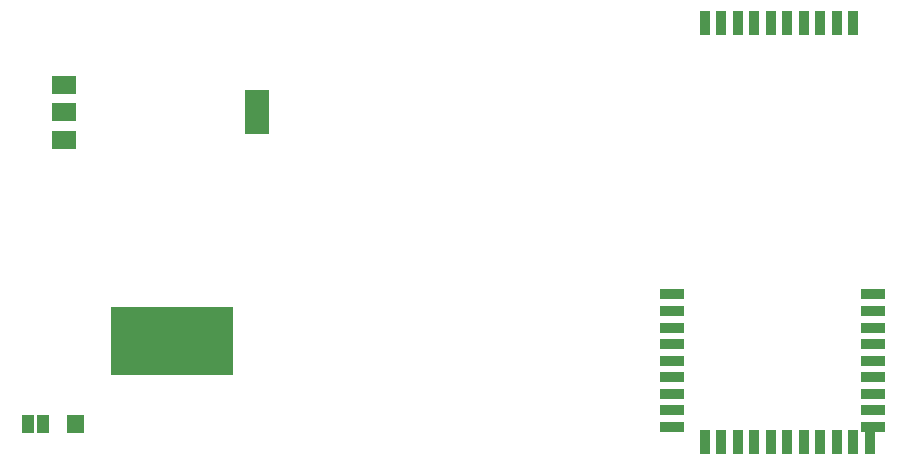
<source format=gtp>
G04 #@! TF.GenerationSoftware,KiCad,Pcbnew,7.0.9*
G04 #@! TF.CreationDate,2025-08-18T12:00:00-05:00*
G04 #@! TF.ProjectId,ESP32_IoT_Switch,4553503332-5F496F545F5377697463682E,rev?*
G04 #@! TF.SameCoordinates,Original*
G04 #@! TF.FileFunction,Paste,Top*
G04 #@! TF.FilePolarity,Positive*
%FSLAX36Y36*%
G04 Gerber Fmt 3.6, Leading zero omitted, Abs format (unit mm)*
G04 Created by KiCad (PCBNEW 7.0.9) date 2025-08-18 12:00:00*
%MOMM*%
%LPD*%
G01*
G04 APERTURE LIST*
%ADD10R,2.000000X0.900000*%
%ADD11R,0.900000X2.000000*%
%ADD12R,1.020000X1.500000*%
%ADD13R,10.400000X5.840000*%
%ADD14R,2.000000X1.500000*%
%ADD15R,2.000000X3.800000*%
G04 APERTURE END LIST*
G04 SMD PASTE APERTURES*
D10*
X118500000Y96340000D03*
X118500000Y94940000D03*
X118500000Y93540000D03*
X118500000Y92140000D03*
X118500000Y90740000D03*
X118500000Y89340000D03*
X118500000Y87940000D03*
X118500000Y86540000D03*
X118500000Y85140000D03*
D11*
X121285000Y83840000D03*
X122685000Y83840000D03*
X124085000Y83840000D03*
X125485000Y83840000D03*
X126885000Y83840000D03*
X128285000Y83840000D03*
X129685000Y83840000D03*
X131085000Y83840000D03*
X132485000Y83840000D03*
X133885000Y83840000D03*
X135285000Y83840000D03*
D10*
X135500000Y85140000D03*
X135500000Y86540000D03*
X135500000Y87940000D03*
X135500000Y89340000D03*
X135500000Y90740000D03*
X135500000Y92140000D03*
X135500000Y93540000D03*
X135500000Y94940000D03*
X135500000Y96340000D03*
D11*
X133885000Y119360000D03*
X132485000Y119360000D03*
X131085000Y119360000D03*
X129685000Y119360000D03*
X128285000Y119360000D03*
X126885000Y119360000D03*
X125485000Y119360000D03*
X124085000Y119360000D03*
X122685000Y119360000D03*
X121285000Y119360000D03*
D12*
X63960000Y85400000D03*
X65230000Y85400000D03*
X67770000Y85400000D03*
X68230000Y85400000D03*
D13*
X76200000Y92400000D03*
D14*
X67050000Y109460000D03*
X67050000Y111760000D03*
X67050000Y114060000D03*
D15*
X83350000Y111760000D03*
M02*
</source>
